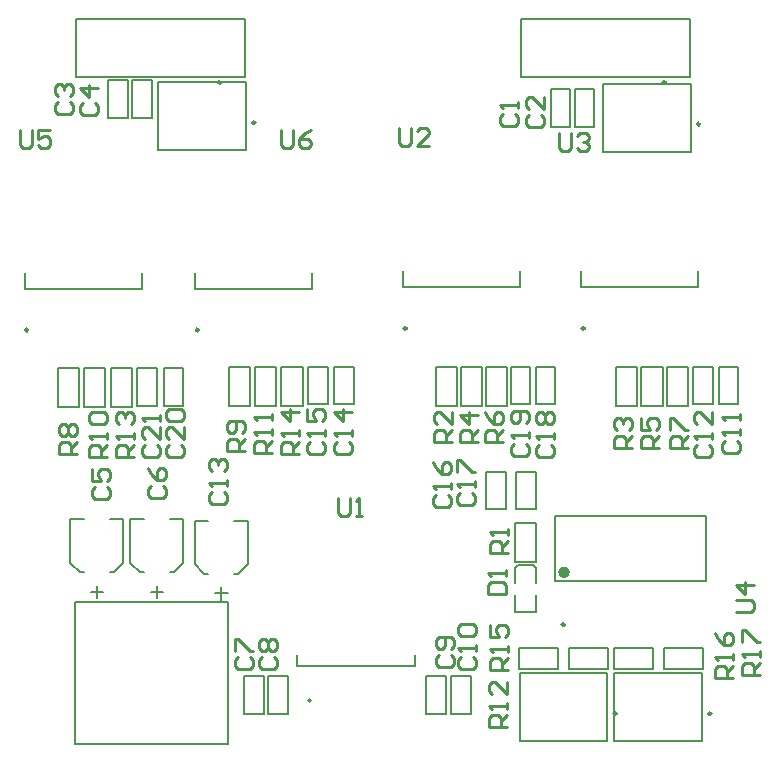
<source format=gto>
G04*
G04 #@! TF.GenerationSoftware,Altium Limited,Altium Designer,22.9.1 (49)*
G04*
G04 Layer_Color=65535*
%FSTAX24Y24*%
%MOIN*%
G70*
G04*
G04 #@! TF.SameCoordinates,DC5806C5-9D72-4097-8AC5-96CD70471510*
G04*
G04*
G04 #@! TF.FilePolarity,Positive*
G04*
G01*
G75*
%ADD10C,0.0098*%
%ADD11C,0.0050*%
%ADD12C,0.0197*%
%ADD13C,0.0060*%
%ADD14C,0.0079*%
%ADD15C,0.0100*%
D10*
X019815Y013938D02*
G03*
X019815Y013938I-000049J0D01*
G01*
X02403Y0011D02*
G03*
X02403Y0011I-000049J0D01*
G01*
X02088D02*
G03*
X02088Y0011I-000049J0D01*
G01*
X022518Y022144D02*
G03*
X022518Y022144I-000049J0D01*
G01*
X00883Y0208D02*
G03*
X00883Y0208I-000049J0D01*
G01*
X023664Y02075D02*
G03*
X023664Y02075I-000049J0D01*
G01*
X007699Y022144D02*
G03*
X007699Y022144I-000049J0D01*
G01*
X013882Y013938D02*
G03*
X013882Y013938I-000049J0D01*
G01*
X019149Y004064D02*
G03*
X019149Y004064I-000049J0D01*
G01*
X001265Y013888D02*
G03*
X001265Y013888I-000049J0D01*
G01*
X006949D02*
G03*
X006949Y013888I-000049J0D01*
G01*
D11*
X0107Y001543D02*
G03*
X0107Y001543I-00005J0D01*
G01*
X014168Y002704D02*
Y003053D01*
X010231Y002704D02*
X014168D01*
X010231D02*
Y003053D01*
X0175Y0045D02*
X0182D01*
X0175Y00595D02*
X0176Y00605D01*
X0181D02*
X0182Y00595D01*
X0176Y00605D02*
X0181D01*
X0175Y0045D02*
Y00505D01*
Y00545D02*
Y00595D01*
X0182Y0045D02*
Y00505D01*
Y00545D02*
Y00595D01*
D12*
X019224Y005807D02*
G03*
X019224Y005807I-000098J0D01*
G01*
D13*
X017616Y002596D02*
Y003304D01*
Y002596D02*
X018915D01*
Y003304D01*
X017616D02*
X018915D01*
X014846Y01267D02*
X015554D01*
X014846Y011371D02*
Y01267D01*
Y011371D02*
X015554D01*
Y01267D01*
X01147Y01147D02*
Y01267D01*
X01213D01*
Y01141D02*
Y01267D01*
X01147Y01141D02*
X01213D01*
X01147D02*
Y01147D01*
X017346D02*
Y01267D01*
X018006D01*
Y01141D02*
Y01267D01*
X017346Y01141D02*
X018006D01*
X017346D02*
Y01147D01*
X004896Y01142D02*
Y01262D01*
X005556D01*
Y01136D02*
Y01262D01*
X004896Y01136D02*
X005556D01*
X004896D02*
Y01142D01*
X00578D02*
Y01262D01*
X00644D01*
Y01136D02*
Y01262D01*
X00578Y01136D02*
X00644D01*
X00578D02*
Y01142D01*
X01818Y01147D02*
Y01267D01*
X01884D01*
Y01141D02*
Y01267D01*
X01818Y01141D02*
X01884D01*
X01818D02*
Y01147D01*
X01753Y00797D02*
Y00917D01*
X01819D01*
Y00791D02*
Y00917D01*
X01753Y00791D02*
X01819D01*
X01753D02*
Y00797D01*
X01653D02*
Y00917D01*
X01719D01*
Y00791D02*
Y00917D01*
X01653Y00791D02*
X01719D01*
X01653D02*
Y00797D01*
X010589Y01147D02*
Y01267D01*
X011249D01*
Y01141D02*
Y01267D01*
X010589Y01141D02*
X011249D01*
X010589D02*
Y01147D01*
X023421D02*
Y01267D01*
X024081D01*
Y01141D02*
Y01267D01*
X023421Y01141D02*
X024081D01*
X023421D02*
Y01147D01*
X02428D02*
Y01267D01*
X02494D01*
Y01141D02*
Y01267D01*
X02428Y01141D02*
X02494D01*
X02428D02*
Y01147D01*
X01602Y00108D02*
Y00228D01*
X01536Y00108D02*
X01602D01*
X01536D02*
Y00234D01*
X01602D01*
Y00228D02*
Y00234D01*
X01518Y001094D02*
Y002294D01*
X01452Y001094D02*
X01518D01*
X01452D02*
Y002354D01*
X01518D01*
Y002294D02*
Y002354D01*
X00992Y00108D02*
Y00228D01*
X00926Y00108D02*
X00992D01*
X00926D02*
Y00234D01*
X00992D01*
Y00228D02*
Y00234D01*
X00912Y00108D02*
Y00228D01*
X00846Y00108D02*
X00912D01*
X00846D02*
Y00234D01*
X00912D01*
Y00228D02*
Y00234D01*
X00472Y021006D02*
Y022206D01*
X00538D01*
Y020946D02*
Y022206D01*
X00472Y020946D02*
X00538D01*
X00472D02*
Y021006D01*
X00393Y02102D02*
Y02222D01*
X00459D01*
Y02096D02*
Y02222D01*
X00393Y02096D02*
X00459D01*
X00393D02*
Y02102D01*
X01948Y02072D02*
Y02192D01*
X02014D01*
Y02066D02*
Y02192D01*
X01948Y02066D02*
X02014D01*
X01948D02*
Y02072D01*
X01868D02*
Y02192D01*
X01934D01*
Y02066D02*
Y02192D01*
X01868Y02066D02*
X01934D01*
X01868D02*
Y02072D01*
X017496Y00615D02*
Y00745D01*
X018204D01*
Y00615D02*
Y00745D01*
X017496Y00615D02*
X018204D01*
X021554Y011371D02*
Y01267D01*
X020846Y011371D02*
X021554D01*
X020846D02*
Y01267D01*
X021554D01*
X016388Y011371D02*
Y01267D01*
X015679Y011371D02*
X016388D01*
X015679D02*
Y01267D01*
X016388D01*
X022413Y011371D02*
Y01267D01*
X021704Y011371D02*
X022413D01*
X021704D02*
Y01267D01*
X022413D01*
X017221Y011371D02*
Y01267D01*
X016513Y011371D02*
X017221D01*
X016513D02*
Y01267D01*
X017221D01*
X023271Y011371D02*
Y01267D01*
X022563Y011371D02*
X023271D01*
X022563D02*
Y01267D01*
X023271D01*
X002954Y011321D02*
Y01262D01*
X002246Y011321D02*
X002954D01*
X002246D02*
Y01262D01*
X002954D01*
X003838Y011321D02*
Y01262D01*
X003129Y011321D02*
X003838D01*
X003129D02*
Y01262D01*
X003838D01*
X008654Y011371D02*
Y01267D01*
X007946Y011371D02*
X008654D01*
X007946D02*
Y01267D01*
X008654D01*
X004013Y011321D02*
Y01262D01*
X004721D01*
Y011321D02*
Y01262D01*
X004013Y011321D02*
X004721D01*
X009535Y011371D02*
Y01267D01*
X008827Y011371D02*
X009535D01*
X008827D02*
Y01267D01*
X009535D01*
X009708Y011371D02*
Y01267D01*
X010416D01*
Y011371D02*
Y01267D01*
X009708Y011371D02*
X010416D01*
X0193Y002596D02*
X0206D01*
X0193D02*
Y003304D01*
X0206D01*
Y002596D02*
Y003304D01*
X0208D02*
X0221D01*
Y002596D02*
Y003304D01*
X0208Y002596D02*
X0221D01*
X0208D02*
Y003304D01*
X02245Y002596D02*
X02375D01*
X02245D02*
Y003304D01*
X02375D01*
Y002596D02*
Y003304D01*
X007914Y005106D02*
X007503D01*
X007709Y005311D02*
Y0049D01*
X003764Y005156D02*
X003353D01*
X003559Y005361D02*
Y00495D01*
X005764Y005156D02*
X005353D01*
X005559Y005361D02*
Y00495D01*
D14*
X006814Y006079D02*
Y007536D01*
X007129Y005764D02*
X007267D01*
X006814Y006079D02*
X007129Y005764D01*
X006814Y007536D02*
X007267D01*
X008133D02*
X008586D01*
X008271Y005764D02*
X008586Y006079D01*
X008133Y005764D02*
X008271D01*
X008586Y006079D02*
Y007536D01*
X019701Y015316D02*
Y015847D01*
Y015316D02*
X023599D01*
Y015847D01*
X004436Y006129D02*
Y007586D01*
X004121Y005814D02*
X004436Y006129D01*
X002664D02*
X002979Y005814D01*
X002664Y006129D02*
Y007586D01*
X003983D02*
X004436D01*
X002664D02*
X003117D01*
X003983Y005814D02*
X004121D01*
X002979D02*
X003117D01*
X023715Y000175D02*
Y002439D01*
X020801D02*
X023715D01*
X020801Y000175D02*
Y002439D01*
Y000175D02*
X023715D01*
X020565D02*
Y002439D01*
X017651D02*
X020565D01*
X017651Y000175D02*
Y002439D01*
Y000175D02*
X020565D01*
X017685Y022322D02*
X023315D01*
Y024251D01*
X017685D02*
X023315D01*
X017685Y022322D02*
Y024251D01*
X008515Y019875D02*
Y022139D01*
X005601D02*
X008515D01*
X005601Y019875D02*
Y022139D01*
Y019875D02*
X008515D01*
X023349Y019825D02*
Y022089D01*
X020435D02*
X023349D01*
X020435Y019825D02*
Y022089D01*
Y019825D02*
X023349D01*
X002867Y022322D02*
X008496D01*
Y024251D01*
X002867D02*
X008496D01*
X002867Y022322D02*
Y024251D01*
X017665Y015316D02*
Y015847D01*
X013768Y015316D02*
X017665D01*
X013768D02*
Y015847D01*
X006436Y006129D02*
Y007586D01*
X005983Y005814D02*
X006121D01*
X006436Y006129D01*
X005983Y007586D02*
X006436D01*
X004664D02*
X005117D01*
X004664Y006129D02*
X004979Y005814D01*
X005117D01*
X004664Y006129D02*
Y007586D01*
X007911Y0001D02*
Y004824D01*
X00282Y0001D02*
Y004824D01*
Y0001D02*
X007911D01*
X00282Y004824D02*
X007911D01*
X01883Y005512D02*
X02387D01*
Y007688D01*
X01883D02*
X02387D01*
X01883Y005512D02*
Y007688D01*
X005049Y015266D02*
Y015797D01*
X001151Y015266D02*
X005049D01*
X001151D02*
Y015797D01*
X010732Y015266D02*
Y015797D01*
X006835Y015266D02*
X010732D01*
X006835D02*
Y015797D01*
D15*
X0116Y0083D02*
Y0078D01*
X0117Y0077D01*
X0119D01*
X012Y0078D01*
Y0083D01*
X0122Y0077D02*
X0124D01*
X0123D01*
Y0083D01*
X0122Y0082D01*
X00515Y01005D02*
X00505Y00995D01*
Y00975D01*
X00515Y00965D01*
X00555D01*
X00565Y00975D01*
Y00995D01*
X00555Y01005D01*
X00565Y01065D02*
Y01025D01*
X00525Y01065D01*
X00515D01*
X00505Y01055D01*
Y01035D01*
X00515Y01025D01*
X00565Y01085D02*
Y01105D01*
Y01095D01*
X00505D01*
X00515Y01085D01*
X00595Y01005D02*
X00585Y00995D01*
Y00975D01*
X00595Y00965D01*
X00635D01*
X00645Y00975D01*
Y00995D01*
X00635Y01005D01*
X00645Y01065D02*
Y01025D01*
X00605Y01065D01*
X00595D01*
X00585Y01055D01*
Y01035D01*
X00595Y01025D01*
Y01085D02*
X00585Y01095D01*
Y01115D01*
X00595Y01125D01*
X00635D01*
X00645Y01115D01*
Y01095D01*
X00635Y01085D01*
X00595D01*
X01745Y0101D02*
X01735Y01D01*
Y0098D01*
X01745Y0097D01*
X01785D01*
X01795Y0098D01*
Y01D01*
X01785Y0101D01*
X01795Y0103D02*
Y0105D01*
Y0104D01*
X01735D01*
X01745Y0103D01*
X01785Y0108D02*
X01795Y0109D01*
Y0111D01*
X01785Y0112D01*
X01745D01*
X01735Y0111D01*
Y0109D01*
X01745Y0108D01*
X01755D01*
X01765Y0109D01*
Y0112D01*
X01155Y01015D02*
X01145Y01005D01*
Y00985D01*
X01155Y00975D01*
X01195D01*
X01205Y00985D01*
Y01005D01*
X01195Y01015D01*
X01205Y01035D02*
Y01055D01*
Y01045D01*
X01145D01*
X01155Y01035D01*
X01205Y01115D02*
X01145D01*
X01175Y01085D01*
Y01125D01*
X0097Y02055D02*
Y02005D01*
X0098Y01995D01*
X01D01*
X0101Y02005D01*
Y02055D01*
X0107D02*
X0105Y02045D01*
X0103Y02025D01*
Y02005D01*
X0104Y01995D01*
X0106D01*
X0107Y02005D01*
Y02015D01*
X0106Y02025D01*
X0103D01*
X000995Y020565D02*
Y020065D01*
X001095Y019965D01*
X001295D01*
X001395Y020065D01*
Y020565D01*
X001995D02*
X001595D01*
Y020265D01*
X001795Y020365D01*
X001895D01*
X001995Y020265D01*
Y020065D01*
X001895Y019965D01*
X001695D01*
X001595Y020065D01*
X02485Y0045D02*
X02535D01*
X02545Y0046D01*
Y0048D01*
X02535Y0049D01*
X02485D01*
X02545Y0054D02*
X02485D01*
X02515Y0051D01*
Y0055D01*
X01895Y02045D02*
Y01995D01*
X01905Y01985D01*
X01925D01*
X01935Y01995D01*
Y02045D01*
X01955Y02035D02*
X01965Y02045D01*
X01985D01*
X01995Y02035D01*
Y02025D01*
X01985Y02015D01*
X01975D01*
X01985D01*
X01995Y02005D01*
Y01995D01*
X01985Y01985D01*
X01965D01*
X01955Y01995D01*
X013612Y020615D02*
Y020115D01*
X013712Y020015D01*
X013912D01*
X014012Y020115D01*
Y020615D01*
X014611Y020015D02*
X014211D01*
X014611Y020415D01*
Y020515D01*
X014511Y020615D01*
X014311D01*
X014211Y020515D01*
X02565Y0024D02*
X02505D01*
Y0027D01*
X02515Y0028D01*
X02535D01*
X02545Y0027D01*
Y0024D01*
Y0026D02*
X02565Y0028D01*
Y003D02*
Y0032D01*
Y0031D01*
X02505D01*
X02515Y003D01*
X02505Y0035D02*
Y0039D01*
X02515D01*
X02555Y0035D01*
X02565D01*
X02475Y0023D02*
X02415D01*
Y0026D01*
X02425Y0027D01*
X02445D01*
X02455Y0026D01*
Y0023D01*
Y0025D02*
X02475Y0027D01*
Y0029D02*
Y0031D01*
Y003D01*
X02415D01*
X02425Y0029D01*
X02415Y0038D02*
X02425Y0036D01*
X02445Y0034D01*
X02465D01*
X02475Y0035D01*
Y0037D01*
X02465Y0038D01*
X02455D01*
X02445Y0037D01*
Y0034D01*
X01725Y00255D02*
X01665D01*
Y00285D01*
X01675Y00295D01*
X01695D01*
X01705Y00285D01*
Y00255D01*
Y00275D02*
X01725Y00295D01*
Y00315D02*
Y00335D01*
Y00325D01*
X01665D01*
X01675Y00315D01*
X01665Y00405D02*
Y00365D01*
X01695D01*
X01685Y00385D01*
Y00395D01*
X01695Y00405D01*
X01715D01*
X01725Y00395D01*
Y00375D01*
X01715Y00365D01*
X0103Y00975D02*
X0097D01*
Y01005D01*
X0098Y01015D01*
X01D01*
X0101Y01005D01*
Y00975D01*
Y00995D02*
X0103Y01015D01*
Y01035D02*
Y01055D01*
Y01045D01*
X0097D01*
X0098Y01035D01*
X0103Y01115D02*
X0097D01*
X01Y01085D01*
Y01125D01*
X0048Y00965D02*
X0042D01*
Y00995D01*
X0043Y01005D01*
X0045D01*
X0046Y00995D01*
Y00965D01*
Y00985D02*
X0048Y01005D01*
Y01025D02*
Y01045D01*
Y01035D01*
X0042D01*
X0043Y01025D01*
Y01075D02*
X0042Y01085D01*
Y01105D01*
X0043Y01115D01*
X0044D01*
X0045Y01105D01*
Y01095D01*
Y01105D01*
X0046Y01115D01*
X0047D01*
X0048Y01105D01*
Y01085D01*
X0047Y01075D01*
X017215Y00065D02*
X016615D01*
Y00095D01*
X016715Y00105D01*
X016915D01*
X017015Y00095D01*
Y00065D01*
Y00085D02*
X017215Y00105D01*
Y00125D02*
Y00145D01*
Y00135D01*
X016615D01*
X016715Y00125D01*
X017215Y00215D02*
Y00175D01*
X016815Y00215D01*
X016715D01*
X016615Y00205D01*
Y00185D01*
X016715Y00175D01*
X0094Y0098D02*
X0088D01*
Y0101D01*
X0089Y0102D01*
X0091D01*
X0092Y0101D01*
Y0098D01*
Y01D02*
X0094Y0102D01*
Y0104D02*
Y0106D01*
Y0105D01*
X0088D01*
X0089Y0104D01*
X0094Y0109D02*
Y0111D01*
Y011D01*
X0088D01*
X0089Y0109D01*
X0039Y00965D02*
X0033D01*
Y00995D01*
X0034Y01005D01*
X0036D01*
X0037Y00995D01*
Y00965D01*
Y00985D02*
X0039Y01005D01*
Y01025D02*
Y01045D01*
Y01035D01*
X0033D01*
X0034Y01025D01*
Y01075D02*
X0033Y01085D01*
Y01105D01*
X0034Y01115D01*
X0038D01*
X0039Y01105D01*
Y01085D01*
X0038Y01075D01*
X0034D01*
X0085Y00985D02*
X0079D01*
Y01015D01*
X008Y01025D01*
X0082D01*
X0083Y01015D01*
Y00985D01*
Y01005D02*
X0085Y01025D01*
X0084Y01045D02*
X0085Y01055D01*
Y01075D01*
X0084Y01085D01*
X008D01*
X0079Y01075D01*
Y01055D01*
X008Y01045D01*
X0081D01*
X0082Y01055D01*
Y01085D01*
X0029Y00975D02*
X0023D01*
Y01005D01*
X0024Y01015D01*
X0026D01*
X0027Y01005D01*
Y00975D01*
Y00995D02*
X0029Y01015D01*
X0024Y01035D02*
X0023Y01045D01*
Y01065D01*
X0024Y01075D01*
X0025D01*
X0026Y01065D01*
X0027Y01075D01*
X0028D01*
X0029Y01065D01*
Y01045D01*
X0028Y01035D01*
X0027D01*
X0026Y01045D01*
X0025Y01035D01*
X0024D01*
X0026Y01045D02*
Y01065D01*
X02325Y00995D02*
X02265D01*
Y01025D01*
X02275Y01035D01*
X02295D01*
X02305Y01025D01*
Y00995D01*
Y01015D02*
X02325Y01035D01*
X02265Y01055D02*
Y01095D01*
X02275D01*
X02315Y01055D01*
X02325D01*
X0171Y01015D02*
X0165D01*
Y01045D01*
X0166Y01055D01*
X0168D01*
X0169Y01045D01*
Y01015D01*
Y01035D02*
X0171Y01055D01*
X0165Y01115D02*
X0166Y01095D01*
X0168Y01075D01*
X017D01*
X0171Y01085D01*
Y01105D01*
X017Y01115D01*
X0169D01*
X0168Y01105D01*
Y01075D01*
X0223Y00995D02*
X0217D01*
Y01025D01*
X0218Y01035D01*
X022D01*
X0221Y01025D01*
Y00995D01*
Y01015D02*
X0223Y01035D01*
X0217Y01095D02*
Y01055D01*
X022D01*
X0219Y01075D01*
Y01085D01*
X022Y01095D01*
X0222D01*
X0223Y01085D01*
Y01065D01*
X0222Y01055D01*
X01625Y01015D02*
X01565D01*
Y01045D01*
X01575Y01055D01*
X01595D01*
X01605Y01045D01*
Y01015D01*
Y01035D02*
X01625Y01055D01*
Y01105D02*
X01565D01*
X01595Y01075D01*
Y01115D01*
X0214Y00995D02*
X0208D01*
Y01025D01*
X0209Y01035D01*
X0211D01*
X0212Y01025D01*
Y00995D01*
Y01015D02*
X0214Y01035D01*
X0209Y01055D02*
X0208Y01065D01*
Y01085D01*
X0209Y01095D01*
X021D01*
X0211Y01085D01*
Y01075D01*
Y01085D01*
X0212Y01095D01*
X0213D01*
X0214Y01085D01*
Y01065D01*
X0213Y01055D01*
X0154Y01015D02*
X0148D01*
Y01045D01*
X0149Y01055D01*
X0151D01*
X0152Y01045D01*
Y01015D01*
Y01035D02*
X0154Y01055D01*
Y01115D02*
Y01075D01*
X015Y01115D01*
X0149D01*
X0148Y01105D01*
Y01085D01*
X0149Y01075D01*
X01725Y00645D02*
X01665D01*
Y00675D01*
X01675Y00685D01*
X01695D01*
X01705Y00675D01*
Y00645D01*
Y00665D02*
X01725Y00685D01*
Y00705D02*
Y00725D01*
Y00715D01*
X01665D01*
X01675Y00705D01*
X0166Y0051D02*
X0172D01*
Y0054D01*
X0171Y0055D01*
X0167D01*
X0166Y0054D01*
Y0051D01*
X0172Y0057D02*
Y0059D01*
Y0058D01*
X0166D01*
X0167Y0057D01*
X0183Y01005D02*
X0182Y00995D01*
Y00975D01*
X0183Y00965D01*
X0187D01*
X0188Y00975D01*
Y00995D01*
X0187Y01005D01*
X0188Y01025D02*
Y01045D01*
Y01035D01*
X0182D01*
X0183Y01025D01*
Y01075D02*
X0182Y01085D01*
Y01105D01*
X0183Y01115D01*
X0184D01*
X0185Y01105D01*
X0186Y01115D01*
X0187D01*
X0188Y01105D01*
Y01085D01*
X0187Y01075D01*
X0186D01*
X0185Y01085D01*
X0184Y01075D01*
X0183D01*
X0185Y01085D02*
Y01105D01*
X01565Y00845D02*
X01555Y00835D01*
Y00815D01*
X01565Y00805D01*
X01605D01*
X01615Y00815D01*
Y00835D01*
X01605Y00845D01*
X01615Y00865D02*
Y00885D01*
Y00875D01*
X01555D01*
X01565Y00865D01*
X01555Y00915D02*
Y00955D01*
X01565D01*
X01605Y00915D01*
X01615D01*
X01485Y0084D02*
X01475Y0083D01*
Y0081D01*
X01485Y008D01*
X01525D01*
X01535Y0081D01*
Y0083D01*
X01525Y0084D01*
X01535Y0086D02*
Y0088D01*
Y0087D01*
X01475D01*
X01485Y0086D01*
X01475Y0095D02*
X01485Y0093D01*
X01505Y0091D01*
X01525D01*
X01535Y0092D01*
Y0094D01*
X01525Y0095D01*
X01515D01*
X01505Y0094D01*
Y0091D01*
X01065Y01015D02*
X01055Y01005D01*
Y00985D01*
X01065Y00975D01*
X01105D01*
X01115Y00985D01*
Y01005D01*
X01105Y01015D01*
X01115Y01035D02*
Y01055D01*
Y01045D01*
X01055D01*
X01065Y01035D01*
X01055Y01125D02*
Y01085D01*
X01085D01*
X01075Y01105D01*
Y01115D01*
X01085Y01125D01*
X01105D01*
X01115Y01115D01*
Y01095D01*
X01105Y01085D01*
X0074Y0085D02*
X0073Y0084D01*
Y0082D01*
X0074Y0081D01*
X0078D01*
X0079Y0082D01*
Y0084D01*
X0078Y0085D01*
X0079Y0087D02*
Y0089D01*
Y0088D01*
X0073D01*
X0074Y0087D01*
Y0092D02*
X0073Y0093D01*
Y0095D01*
X0074Y0096D01*
X0075D01*
X0076Y0095D01*
Y0094D01*
Y0095D01*
X0077Y0096D01*
X0078D01*
X0079Y0095D01*
Y0093D01*
X0078Y0092D01*
X02355Y01005D02*
X02345Y00995D01*
Y00975D01*
X02355Y00965D01*
X02395D01*
X02405Y00975D01*
Y00995D01*
X02395Y01005D01*
X02405Y01025D02*
Y01045D01*
Y01035D01*
X02345D01*
X02355Y01025D01*
X02405Y01115D02*
Y01075D01*
X02365Y01115D01*
X02355D01*
X02345Y01105D01*
Y01085D01*
X02355Y01075D01*
X0245Y0102D02*
X0244Y0101D01*
Y0099D01*
X0245Y0098D01*
X0249D01*
X025Y0099D01*
Y0101D01*
X0249Y0102D01*
X025Y0104D02*
Y0106D01*
Y0105D01*
X0244D01*
X0245Y0104D01*
X025Y0109D02*
Y0111D01*
Y011D01*
X0244D01*
X0245Y0109D01*
X0157Y003D02*
X0156Y0029D01*
Y0027D01*
X0157Y0026D01*
X0161D01*
X0162Y0027D01*
Y0029D01*
X0161Y003D01*
X0162Y0032D02*
Y0034D01*
Y0033D01*
X0156D01*
X0157Y0032D01*
Y0037D02*
X0156Y0038D01*
Y004D01*
X0157Y0041D01*
X0161D01*
X0162Y004D01*
Y0038D01*
X0161Y0037D01*
X0157D01*
X01495Y00305D02*
X01485Y00295D01*
Y00275D01*
X01495Y00265D01*
X01535D01*
X01545Y00275D01*
Y00295D01*
X01535Y00305D01*
Y00325D02*
X01545Y00335D01*
Y00355D01*
X01535Y00365D01*
X01495D01*
X01485Y00355D01*
Y00335D01*
X01495Y00325D01*
X01505D01*
X01515Y00335D01*
Y00365D01*
X00905Y003D02*
X00895Y0029D01*
Y0027D01*
X00905Y0026D01*
X00945D01*
X00955Y0027D01*
Y0029D01*
X00945Y003D01*
X00905Y0032D02*
X00895Y0033D01*
Y0035D01*
X00905Y0036D01*
X00915D01*
X00925Y0035D01*
X00935Y0036D01*
X00945D01*
X00955Y0035D01*
Y0033D01*
X00945Y0032D01*
X00935D01*
X00925Y0033D01*
X00915Y0032D01*
X00905D01*
X00925Y0033D02*
Y0035D01*
X00825Y003D02*
X00815Y0029D01*
Y0027D01*
X00825Y0026D01*
X00865D01*
X00875Y0027D01*
Y0029D01*
X00865Y003D01*
X00815Y0032D02*
Y0036D01*
X00825D01*
X00865Y0032D01*
X00875D01*
X00535Y0087D02*
X00525Y0086D01*
Y0084D01*
X00535Y0083D01*
X00575D01*
X00585Y0084D01*
Y0086D01*
X00575Y0087D01*
X00525Y0093D02*
X00535Y0091D01*
X00555Y0089D01*
X00575D01*
X00585Y009D01*
Y0092D01*
X00575Y0093D01*
X00565D01*
X00555Y0092D01*
Y0089D01*
X0035Y00865D02*
X0034Y00855D01*
Y00835D01*
X0035Y00825D01*
X0039D01*
X004Y00835D01*
Y00855D01*
X0039Y00865D01*
X0034Y00925D02*
Y00885D01*
X0037D01*
X0036Y00905D01*
Y00915D01*
X0037Y00925D01*
X0039D01*
X004Y00915D01*
Y00895D01*
X0039Y00885D01*
X0031Y02145D02*
X003Y02135D01*
Y02115D01*
X0031Y02105D01*
X0035D01*
X0036Y02115D01*
Y02135D01*
X0035Y02145D01*
X0036Y02195D02*
X003D01*
X0033Y02165D01*
Y02205D01*
X00225Y0215D02*
X00215Y0214D01*
Y0212D01*
X00225Y0211D01*
X00265D01*
X00275Y0212D01*
Y0214D01*
X00265Y0215D01*
X00225Y0217D02*
X00215Y0218D01*
Y022D01*
X00225Y0221D01*
X00235D01*
X00245Y022D01*
Y0219D01*
Y022D01*
X00255Y0221D01*
X00265D01*
X00275Y022D01*
Y0218D01*
X00265Y0217D01*
X01795Y02105D02*
X01785Y02095D01*
Y02075D01*
X01795Y02065D01*
X01835D01*
X01845Y02075D01*
Y02095D01*
X01835Y02105D01*
X01845Y02165D02*
Y02125D01*
X01805Y02165D01*
X01795D01*
X01785Y02155D01*
Y02135D01*
X01795Y02125D01*
X0171Y0211D02*
X017Y021D01*
Y0208D01*
X0171Y0207D01*
X0175D01*
X0176Y0208D01*
Y021D01*
X0175Y0211D01*
X0176Y0213D02*
Y0215D01*
Y0214D01*
X017D01*
X0171Y0213D01*
M02*

</source>
